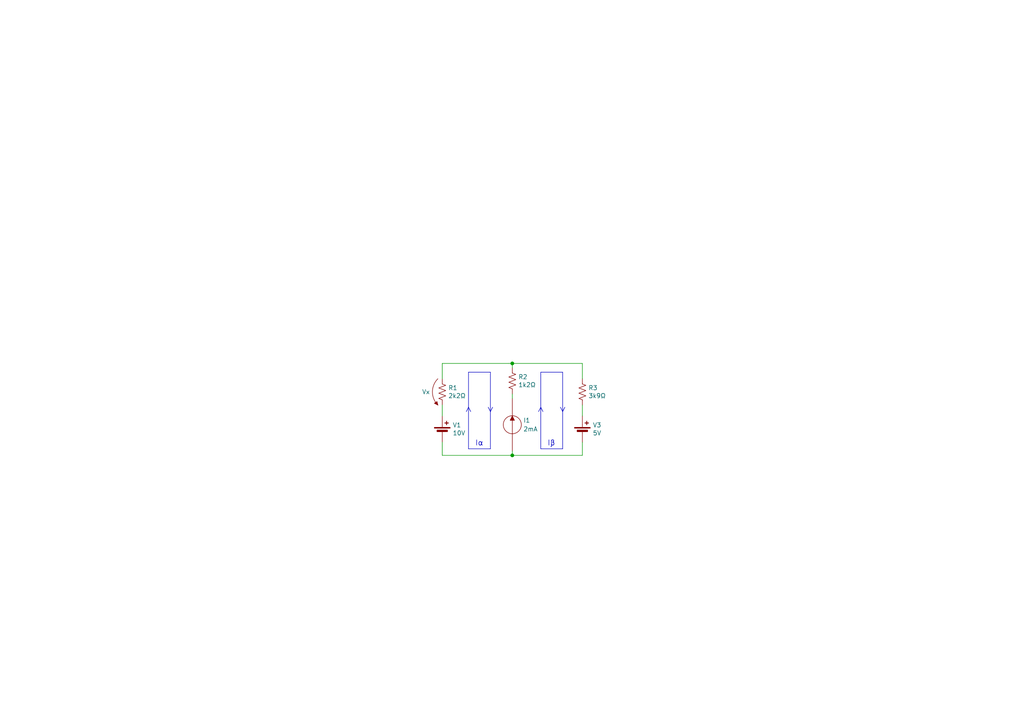
<source format=kicad_sch>
(kicad_sch (version 20230121) (generator eeschema)
  (paper "A4")
  (title_block (title "Questão 3 e 4 - P2/2020 - Noturno") (date "2020-11-18") (rev "0") (company "ETE103 - Fundamentos de Circuitos Analógicos"))
  (lib_symbols
    (symbol "Device:Battery_Cell" (pin_numbers hide) (pin_names (offset 0) hide)
      (property "Reference" "BT" (at 2.54 2.54 0))
      (property "Value" "Battery_Cell" (at 2.54 0 0))
      (symbol "Battery_Cell_0_1"
        (rectangle (start -2.286 1.778) (end 2.286 1.524) (fill (type outline)))
        (rectangle (start -1.524 1.016) (end 1.524 0.508) (fill (type outline)))
        (polyline (pts (xy 0 0.762) (xy 0 0)))
        (polyline (pts (xy 0 1.778) (xy 0 2.54)))
        (polyline (pts (xy 0.762 3.048) (xy 1.778 3.048)) (stroke (width 0.254)))
        (polyline (pts (xy 1.27 3.556) (xy 1.27 2.54)) (stroke (width 0.254)))
      )
      (symbol "Battery_Cell_1_1"
        (pin passive line (at 0 5.08 270) (length 2.54) (name "+") (number "1"))
        (pin passive line (at 0 -2.54 90) (length 2.54) (name "-") (number "2"))
      )
    )
    (symbol "Device:R_US" (pin_numbers hide) (pin_names (offset 0))
      (property "Reference" "R" (at 2.54 0 90))
      (property "Value" "R_US" (at -2.54 0 90))
      (symbol "R_US_0_1"
        (polyline (pts (xy 0 -2.286) (xy 0 -2.54)))
        (polyline (pts (xy 0 2.286) (xy 0 2.54)))
        (polyline (pts (xy 0 -0.762) (xy 1.016 -1.143) (xy 0 -1.524) (xy -1.016 -1.905) (xy 0 -2.286)))
        (polyline (pts (xy 0 0.762) (xy 1.016 0.381) (xy 0 0) (xy -1.016 -0.381) (xy 0 -0.762)))
        (polyline (pts (xy 0 2.286) (xy 1.016 1.905) (xy 0 1.524) (xy -1.016 1.143) (xy 0 0.762)))
      )
      (symbol "R_US_1_1"
        (pin passive line (at 0 3.81 270) (length 1.27) (name "~") (number "1"))
        (pin passive line (at 0 -3.81 90) (length 1.27) (name "~") (number "2"))
      )
    )
    (symbol "Personalizado:fonte_corrente" (pin_numbers hide) (pin_names (offset 0))
      (property "Reference" "I" (at 3.81 0 0))
      (property "Value" "fonte_corrente" (at -3.81 -0.635 90))
      (symbol "fonte_corrente_0_1"
        (polyline (pts (xy 0 -2.54) (xy 0 2.54)))
        (polyline (pts (xy 0 2.54) (xy -0.635 1.27) (xy 0.635 1.27) (xy 0 2.54)) (fill (type outline)))
        (circle (center 0 0) (radius 2.6162))
      )
      (symbol "fonte_corrente_1_1"
        (pin passive line (at 0 7.62 270) (length 5.08) (name "~") (number "1"))
        (pin passive line (at 0 -7.62 90) (length 5.08) (name "~") (number "2"))
      )
    )
    (symbol "analise-de-malhas-rescue:seta_tensao_longa-Pessoal" (pin_names (offset 1.016))
      (property "Reference" "V" (at -2.54 0 0))
      (symbol "seta_tensao_longa-Pessoal_0_1"
        (polyline (pts (xy 0 3.81) (xy -1.016 3.302) (xy -0.254 2.794) (xy 0 3.81)) (fill (type outline)))
        (arc (start 0 3.81) (mid -1.5782 0) (end 0 -3.81))
      )
    )
  )
  (junction (at 148.59 105.41))
  (junction (at 148.59 132.08))
  (wire (pts (xy 128.27 105.41) (xy 148.59 105.41)))
  (polyline (pts (xy 135.89 118.11) (xy 136.525 119.38)))
  (polyline (pts (xy 156.845 118.11) (xy 156.21 119.38)))
  (wire (pts (xy 128.27 128.27) (xy 128.27 132.08)))
  (wire (pts (xy 128.27 105.41) (xy 128.27 109.855)))
  (wire (pts (xy 128.27 117.475) (xy 128.27 120.65)))
  (wire (pts (xy 168.91 128.27) (xy 168.91 132.08)))
  (polyline (pts (xy 135.89 130.175) (xy 135.89 107.95)))
  (wire (pts (xy 148.59 132.08) (xy 148.59 130.81)))
  (wire (pts (xy 168.91 132.08) (xy 148.59 132.08)))
  (wire (pts (xy 128.27 132.08) (xy 148.59 132.08)))
  (polyline (pts (xy 142.24 107.95) (xy 142.24 130.175)))
  (wire (pts (xy 168.91 117.475) (xy 168.91 120.65)))
  (polyline (pts (xy 135.89 118.11) (xy 135.255 119.38)))
  (polyline (pts (xy 163.195 119.38) (xy 162.56 118.11)))
  (polyline (pts (xy 163.195 107.95) (xy 163.195 130.175)))
  (polyline (pts (xy 142.24 130.175) (xy 135.89 130.175)))
  (polyline (pts (xy 163.195 119.38) (xy 163.83 118.11)))
  (polyline (pts (xy 156.845 107.95) (xy 163.195 107.95)))
  (wire (pts (xy 148.59 105.41) (xy 168.91 105.41)))
  (polyline (pts (xy 142.24 119.38) (xy 141.605 118.11)))
  (polyline (pts (xy 163.195 130.175) (xy 156.845 130.175)))
  (polyline (pts (xy 156.845 130.175) (xy 156.845 107.95)))
  (wire (pts (xy 148.59 115.57) (xy 148.59 114.3)))
  (wire (pts (xy 168.91 105.41) (xy 168.91 109.855)))
  (polyline (pts (xy 142.24 119.38) (xy 142.875 118.11)))
  (polyline (pts (xy 156.845 118.11) (xy 157.48 119.38)))
  (wire (pts (xy 148.59 105.41) (xy 148.59 106.68)))
  (polyline (pts (xy 135.89 107.95) (xy 142.24 107.95)))
  (text "Iα" (at 137.795 129.54 0) (effects (font (size 1.524 1.524)) (justify left bottom)))
  (text "Iβ" (at 158.75 129.54 0) (effects (font (size 1.524 1.524)) (justify left bottom)))
  (symbol (lib_id "Device:Battery_Cell") (at 128.27 125.73 0) (unit 1)
    (property "Reference" "V1" (at 131.2672 123.2916 0) (effects (justify left)))
    (property "Value" "10V" (at 131.2672 125.603 0) (effects (justify left)))
  )
  (symbol (lib_id "Device:R_US") (at 148.59 110.49 180) (unit 1)
    (property "Reference" "R2" (at 150.3172 109.3216 0) (effects (justify right)))
    (property "Value" "1k2Ω" (at 150.3172 111.633 0) (effects (justify right)))
  )
  (symbol (lib_id "Device:R_US") (at 128.27 113.665 180) (unit 1)
    (property "Reference" "R1" (at 129.9972 112.4966 0) (effects (justify right)))
    (property "Value" "2k2Ω" (at 129.9972 114.808 0) (effects (justify right)))
  )
  (symbol (lib_id "Device:R_US") (at 168.91 113.665 180) (unit 1)
    (property "Reference" "R3" (at 170.6372 112.4966 0) (effects (justify right)))
    (property "Value" "3k9Ω" (at 170.6372 114.808 0) (effects (justify right)))
  )
  (symbol (lib_id "analise-de-malhas-rescue:seta_tensao_longa-Pessoal") (at 127 113.665 0) (mirror x) (unit 1)
    (property "Reference" "Vx" (at 124.714 113.665 0) (effects (justify right)))
    (property "Value" "seta_tensao_longa" (effects hide))
  )
  (symbol (lib_id "Device:Battery_Cell") (at 168.91 125.73 0) (unit 1)
    (property "Reference" "V3" (at 171.9072 123.2916 0) (effects (justify left)))
    (property "Value" "5V" (at 171.9072 125.603 0) (effects (justify left)))
  )
  (symbol (lib_id "Personalizado:fonte_corrente") (at 148.59 123.19 0) (unit 1)
    (property "Reference" "I1" (at 151.765 121.92 0) (effects (justify left)))
    (property "Value" "2mA" (at 151.765 124.46 0) (effects (justify left)))
  )
)
</source>
